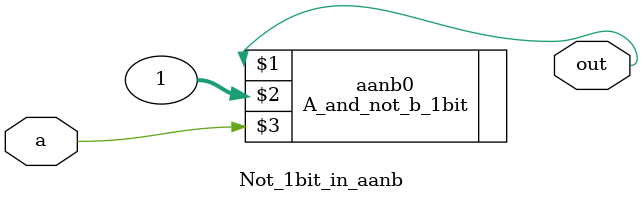
<source format=v>
`timescale 1ns/1ps

module Not_1bit_in_aanb (out, a);
input a;
output out;

A_and_not_b_1bit aanb0 (out, 1, a);

endmodule
</source>
